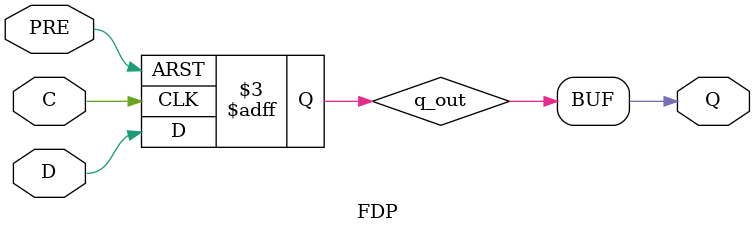
<source format=v>

`timescale  1 ps / 1 ps


module FDP (Q, C, D, PRE);

    parameter INIT = 1'b1;

    output Q;

    input  C, D, PRE;

    wire Q;
    reg q_out;

    initial q_out = INIT;

    assign Q = q_out;

    always @(posedge C or posedge PRE)
        if (PRE)
             q_out <= 1;
        else
	         q_out <= D;

endmodule

</source>
